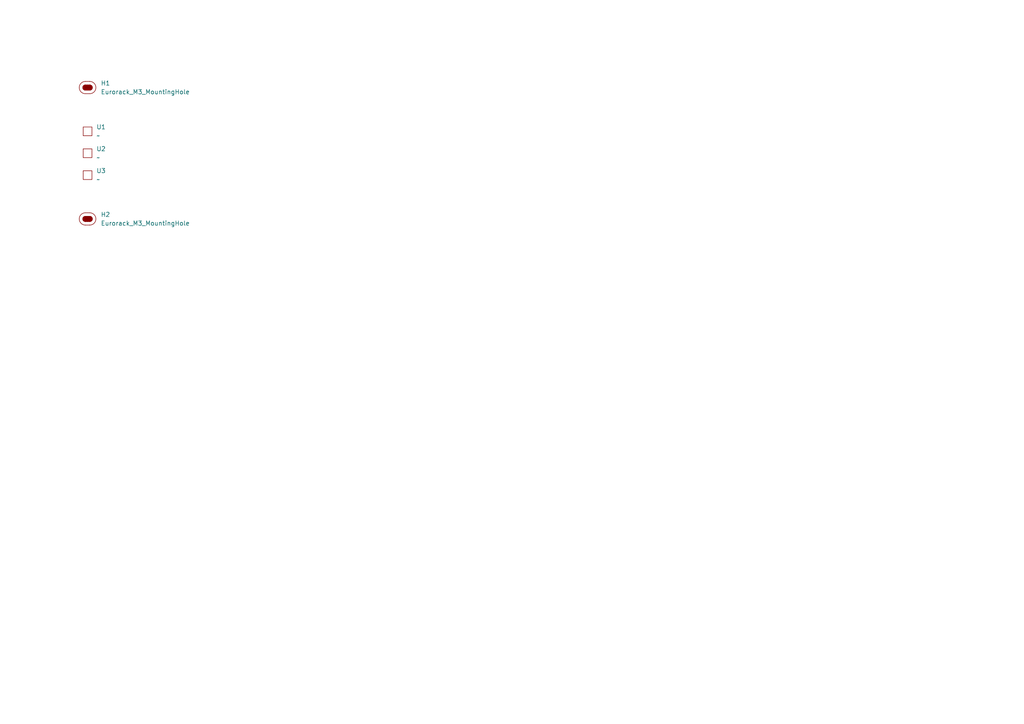
<source format=kicad_sch>
(kicad_sch (version 20250114) (generator "eeschema") (generator_version "9.0")
  (paper "A4")
  (lib_symbols
    (symbol "EXC:Eurorack_M3_MountingHole" (pin_names (offset 1.016))
      (property "Reference" "H" (at 0 5.08 0))
      (property "Value" "Eurorack_M3_MountingHole" (at 0 3.175 0))
      (symbol "Eurorack_M3_MountingHole_0_1"
        (polyline (pts (xy -0.635 0.762) (xy 0.635 0.762)))
        (circle (center -0.635 0) (radius 0.762) (fill (type outline)))
        (arc (start -0.635 -0.762) (mid -1.397 0) (end -0.635 0.762))
        (arc (start -0.635 -1.778) (mid -2.413 0) (end -0.635 1.778))
        (polyline (pts (xy -0.635 -0.762) (xy 0.635 -0.762)))
        (polyline (pts (xy -0.635 -1.778) (xy 0.635 -1.778)))
        (circle (center 0 0) (radius 0.762) (fill (type outline)))
        (polyline (pts (xy 0.635 1.778) (xy -0.635 1.778)))
        (arc (start 0.6141 1.778) (mid 2.4131 0) (end 0.6141 -1.778))
        (arc (start 0.6227 0.762) (mid 1.3971 0) (end 0.6227 -0.762))
        (circle (center 0.635 0) (radius 0.762) (fill (type outline)))
      )
    )
    (symbol "EXC:SW_CherrySwitch_Clearance_Inner"
      (property "Reference" "U" (at 0 0 0))
      (symbol "SW_CherrySwitch_Clearance_Inner_0_1"
        (rectangle (start -1.27 1.27) (end 1.27 -1.27))
      )
    )
  )
  (symbol (lib_id "EXC:Eurorack_M3_MountingHole") (at 25.4 25.4 0) (unit 1)
    (property "Reference" "H1" (at 29.21 24.1299 0) (effects (justify left)))
    (property "Value" "Eurorack_M3_MountingHole" (at 29.21 26.6699 0) (effects (justify left)))
    (property "Footprint" "EXC:MountingHole_3.2mm_M3" (effects (hide yes)))
    (property "Description" "Mounting Hole without connection" (effects (hide yes)))
  )
  (symbol (lib_id "EXC:SW_CherrySwitch_Clearance_Inner") (at 25.4 38.1 0) (unit 1)
    (property "Reference" "U1" (at 27.94 36.8299 0) (effects (justify left)))
    (property "Value" "~" (at 27.94 39.3699 0) (effects (justify left)))
    (property "Footprint" "EXC:SW_Cherry_MX_1.00u_Clearance" (effects (hide yes)))
  )
  (symbol (lib_id "EXC:Eurorack_M3_MountingHole") (at 25.4 63.5 0) (unit 1)
    (property "Reference" "H2" (at 29.21 62.2299 0) (effects (justify left)))
    (property "Value" "Eurorack_M3_MountingHole" (at 29.21 64.7699 0) (effects (justify left)))
    (property "Footprint" "EXC:MountingHole_3.2mm_M3" (effects (hide yes)))
    (property "Description" "Mounting Hole without connection" (effects (hide yes)))
  )
  (symbol (lib_id "EXC:SW_CherrySwitch_Clearance_Inner") (at 25.4 50.8 0) (unit 1)
    (property "Reference" "U3" (at 27.94 49.5299 0) (effects (justify left)))
    (property "Value" "~" (at 27.94 52.0699 0) (effects (justify left)))
    (property "Footprint" "EXC:SW_Cherry_MX_1.00u_Clearance" (effects (hide yes)))
  )
  (symbol (lib_id "EXC:SW_CherrySwitch_Clearance_Inner") (at 25.4 44.45 0) (unit 1)
    (property "Reference" "U2" (at 27.94 43.1799 0) (effects (justify left)))
    (property "Value" "~" (at 27.94 45.7199 0) (effects (justify left)))
    (property "Footprint" "EXC:SW_Cherry_MX_1.00u_Clearance" (effects (hide yes)))
  )
)
</source>
